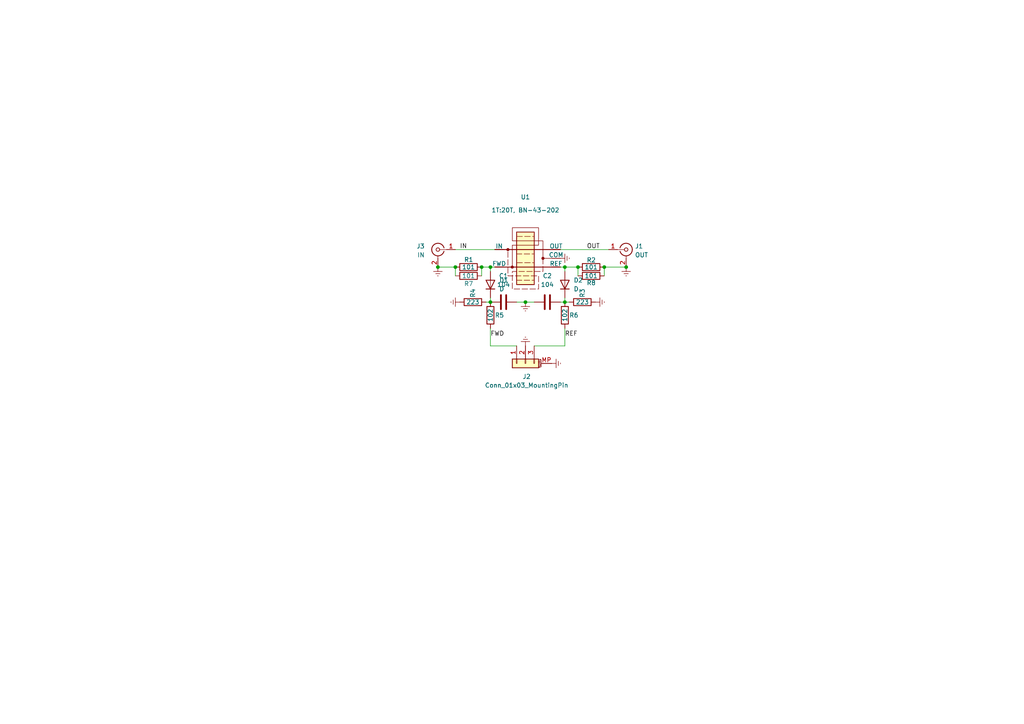
<source format=kicad_sch>
(kicad_sch (version 20230121) (generator eeschema)
  (paper "A4")
  (lib_symbols
    (symbol "Connector:Conn_Coaxial" (pin_names (offset 1.016) hide)
      (property "Reference" "J" (at 0.254 3.048 0))
      (property "Value" "Conn_Coaxial" (at 2.921 0 90))
      (symbol "Conn_Coaxial_0_1"
        (arc (start -1.778 -0.508) (mid 0.2311 -1.8066) (end 1.778 0) (stroke (width 0.254)))
        (polyline (pts (xy -2.54 0) (xy -0.508 0)))
        (polyline (pts (xy 0 -2.54) (xy 0 -1.778)))
        (circle (center 0 0) (radius 0.508) (stroke (width 0.2032)))
        (arc (start 1.778 0) (mid 0.2099 1.8101) (end -1.778 0.508) (stroke (width 0.254)))
      )
      (symbol "Conn_Coaxial_1_1"
        (pin passive line (at -5.08 0 0) (length 2.54) (name "In") (number "1"))
        (pin passive line (at 0 -5.08 90) (length 2.54) (name "Ext") (number "2"))
      )
    )
    (symbol "Connector_Generic_MountingPin:Conn_01x03_MountingPin" (pin_names (offset 1.016) hide)
      (property "Reference" "J" (at 0 5.08 0))
      (property "Value" "Conn_01x03_MountingPin" (at 1.27 -5.08 0))
      (symbol "Conn_01x03_MountingPin_1_1"
        (rectangle (start -1.27 -2.413) (end 0 -2.667) (stroke (width 0.1524)))
        (rectangle (start -1.27 0.127) (end 0 -0.127) (stroke (width 0.1524)))
        (rectangle (start -1.27 2.667) (end 0 2.413) (stroke (width 0.1524)))
        (rectangle (start -1.27 3.81) (end 1.27 -3.81) (stroke (width 0.254)) (fill (type background)))
        (polyline (pts (xy -1.016 -4.572) (xy 1.016 -4.572)) (stroke (width 0.1524)))
        (text "Mounting" (at 0 -4.191 0) (effects (font (size 0.381 0.381))))
        (pin passive line (at -5.08 2.54 0) (length 3.81) (name "Pin_1") (number "1"))
        (pin passive line (at -5.08 0 0) (length 3.81) (name "Pin_2") (number "2"))
        (pin passive line (at -5.08 -2.54 0) (length 3.81) (name "Pin_3") (number "3"))
        (pin passive line (at 0 -7.62 90) (length 3.048) (name "MountPin") (number "MP"))
      )
    )
    (symbol "Device:C" (pin_numbers hide) (pin_names (offset 0.254))
      (property "Reference" "C" (at 0.635 2.54 0))
      (property "Value" "C" (at 0.635 -2.54 0))
      (symbol "C_0_1"
        (polyline (pts (xy -2.032 -0.762) (xy 2.032 -0.762)) (stroke (width 0.508)))
        (polyline (pts (xy -2.032 0.762) (xy 2.032 0.762)) (stroke (width 0.508)))
      )
      (symbol "C_1_1"
        (pin passive line (at 0 3.81 270) (length 2.794) (name "~") (number "1"))
        (pin passive line (at 0 -3.81 90) (length 2.794) (name "~") (number "2"))
      )
    )
    (symbol "Device:D" (pin_numbers hide) (pin_names (offset 1.016) hide)
      (property "Reference" "D" (at 0 2.54 0))
      (property "Value" "D" (at 0 -2.54 0))
      (symbol "D_0_1"
        (polyline (pts (xy -1.27 1.27) (xy -1.27 -1.27)) (stroke (width 0.254)))
        (polyline (pts (xy 1.27 0) (xy -1.27 0)))
        (polyline (pts (xy 1.27 1.27) (xy 1.27 -1.27) (xy -1.27 0) (xy 1.27 1.27)) (stroke (width 0.254)))
      )
      (symbol "D_1_1"
        (pin passive line (at -3.81 0 0) (length 2.54) (name "K") (number "1"))
        (pin passive line (at 3.81 0 180) (length 2.54) (name "A") (number "2"))
      )
    )
    (symbol "Device:R" (pin_numbers hide) (pin_names (offset 0))
      (property "Reference" "R" (at 2.032 0 90))
      (property "Value" "R" (at 0 0 90))
      (symbol "R_0_1"
        (rectangle (start -1.016 -2.54) (end 1.016 2.54) (stroke (width 0.254)))
      )
      (symbol "R_1_1"
        (pin passive line (at 0 3.81 270) (length 1.27) (name "~") (number "1"))
        (pin passive line (at 0 -3.81 90) (length 1.27) (name "~") (number "2"))
      )
    )
    (symbol "PhilsLibrary:SWR_Coupler" (pin_numbers hide) (pin_names (offset 0))
      (property "Reference" "U" (at -2.54 11.43 0))
      (symbol "SWR_Coupler_0_1"
        (polyline (pts (xy -3.81 3.81) (xy 3.81 3.81) (xy 3.81 8.89) (xy -3.81 8.89) (xy -3.81 5.08) (xy 5.08 5.08) (xy 5.08 0)))
      )
      (symbol "SWR_Coupler_1_1"
        (circle (center -5.08 2.54) (radius 0.3592) (fill (type outline)))
        (circle (center -3.81 -2.54) (radius 0.3592) (fill (type outline)))
        (rectangle (start -2.54 -1.27) (end 2.54 -6.35) (stroke (width 0) (type dash)))
        (rectangle (start -2.54 6.35) (end 2.54 1.27) (stroke (width 0) (type dash)))
        (rectangle (start -2.54 7.62) (end 2.54 -7.62) (stroke (width 0.254)) (fill (type background)))
        (polyline (pts (xy -8.89 -2.54) (xy 10.16 -2.54)) (stroke (width 0.254)))
        (polyline (pts (xy -8.89 2.54) (xy 10.16 2.54)) (stroke (width 0.254)))
        (polyline (pts (xy -3.81 3.81) (xy -3.81 -2.54)))
        (polyline (pts (xy 7.62 0) (xy 5.08 0) (xy 5.08 0)))
        (polyline (pts (xy 5.08 0) (xy 5.08 -3.81) (xy -3.81 -3.81) (xy -3.81 -8.89) (xy 3.81 -8.89) (xy 3.81 -5.08) (xy -5.08 -5.08) (xy -5.08 2.54)))
        (circle (center 5.08 0) (radius 0.3592) (fill (type outline)))
        (pin input line (at -8.89 2.54 0) (length 2.54) (name "IN") (number "1"))
        (pin output line (at 10.16 2.54 180) (length 2.54) (name "OUT") (number "2"))
        (pin passive line (at 10.16 0 180) (length 2.54) (name "COM") (number "3"))
        (pin output line (at 10.16 -2.54 180) (length 2.54) (name "REF") (number "4"))
        (pin output line (at -8.89 -2.54 0) (length 2.54) (name "FWD") (number "5"))
      )
    )
    (symbol "power:Earth" (power) (pin_names (offset 0))
      (symbol "Earth_0_1"
        (polyline (pts (xy -0.635 -1.905) (xy 0.635 -1.905)))
        (polyline (pts (xy -0.127 -2.54) (xy 0.127 -2.54)))
        (polyline (pts (xy 0 -1.27) (xy 0 0)))
        (polyline (pts (xy 1.27 -1.27) (xy -1.27 -1.27)))
      )
      (symbol "Earth_1_1"
        (pin power_in line (at 0 0 270) (length 0) hide (name "Earth") (number "1"))
      )
    )
  )
  (junction (at 163.83 87.63))
  (junction (at 181.61 77.47))
  (junction (at 152.4 87.63))
  (junction (at 132.08 77.47))
  (junction (at 167.64 77.47))
  (junction (at 139.7 77.47))
  (junction (at 142.24 77.47))
  (junction (at 127 77.47))
  (junction (at 163.83 77.47))
  (junction (at 175.26 77.47))
  (junction (at 142.24 87.63))
  (wire (pts (xy 149.86 87.63) (xy 152.4 87.63)))
  (wire (pts (xy 162.56 72.39) (xy 176.53 72.39)))
  (wire (pts (xy 132.08 72.39) (xy 143.51 72.39)))
  (wire (pts (xy 139.7 77.47) (xy 142.24 77.47)))
  (wire (pts (xy 163.83 87.63) (xy 165.1 87.63)))
  (wire (pts (xy 175.26 77.47) (xy 181.61 77.47)))
  (wire (pts (xy 142.24 77.47) (xy 142.24 78.74)))
  (wire (pts (xy 163.83 77.47) (xy 167.64 77.47)))
  (wire (pts (xy 139.7 77.47) (xy 139.7 80.01)))
  (wire (pts (xy 132.08 77.47) (xy 132.08 80.01)))
  (wire (pts (xy 162.56 77.47) (xy 163.83 77.47)))
  (wire (pts (xy 163.83 86.36) (xy 163.83 87.63)))
  (wire (pts (xy 142.24 86.36) (xy 142.24 87.63)))
  (wire (pts (xy 142.24 95.25) (xy 142.24 100.33)))
  (wire (pts (xy 152.4 87.63) (xy 154.94 87.63)))
  (wire (pts (xy 162.56 87.63) (xy 163.83 87.63)))
  (wire (pts (xy 163.83 95.25) (xy 163.83 100.33)))
  (wire (pts (xy 142.24 100.33) (xy 149.86 100.33)))
  (wire (pts (xy 154.94 100.33) (xy 163.83 100.33)))
  (wire (pts (xy 167.64 77.47) (xy 167.64 80.01)))
  (wire (pts (xy 127 77.47) (xy 132.08 77.47)))
  (wire (pts (xy 175.26 77.47) (xy 175.26 80.01)))
  (wire (pts (xy 140.97 87.63) (xy 142.24 87.63)))
  (wire (pts (xy 163.83 77.47) (xy 163.83 78.74)))
  (wire (pts (xy 142.24 77.47) (xy 143.51 77.47)))
  (label "FWD" (at 142.24 97.79 0))
  (label "REF" (at 163.83 97.79 0))
  (label "OUT" (at 170.18 72.39 0))
  (label "IN" (at 133.35 72.39 0))
  (symbol (lib_id "PhilsLibrary:SWR_Coupler") (at 152.4 74.93 0) (unit 1)
    (property "Reference" "U1" (at 152.4 57.15 0))
    (property "Value" "1T:20T, BN-43-202" (at 152.4 60.96 0))
    (property "Footprint" "PhilsFootprintLibrary:Balun_5PIN_BN-43-202_SMD_SWR_Bridge" (effects hide))
  )
  (symbol (lib_id "power:Earth") (at 152.4 87.63 0) (unit 1)
    (property "Reference" "#PWR06" (effects hide))
    (property "Value" "Earth" (effects hide))
  )
  (symbol (lib_id "Device:R") (at 142.24 91.44 0) (unit 1)
    (property "Reference" "R5" (at 143.51 91.44 0) (effects (justify left)))
    (property "Value" "102" (at 142.24 91.44 90))
    (property "Footprint" "Resistor_SMD:R_0805_2012Metric" (effects hide))
  )
  (symbol (lib_id "power:Earth") (at 160.02 105.41 90) (unit 1)
    (property "Reference" "#PWR05" (effects hide))
    (property "Value" "Earth" (effects hide))
  )
  (symbol (lib_id "power:Earth") (at 172.72 87.63 90) (unit 1)
    (property "Reference" "#PWR07" (effects hide))
    (property "Value" "Earth" (effects hide))
  )
  (symbol (lib_id "Device:R") (at 168.91 87.63 90) (unit 1)
    (property "Reference" "R3" (at 168.91 86.36 0) (effects (justify left)))
    (property "Value" "223" (at 168.91 87.63 90))
    (property "Footprint" "Resistor_SMD:R_0805_2012Metric" (effects hide))
  )
  (symbol (lib_id "Connector:Conn_Coaxial") (at 127 72.39 0) (mirror y) (unit 1)
    (property "Reference" "J3" (at 123.19 71.4132 0) (effects (justify left)))
    (property "Value" "IN" (at 123.19 73.9532 0) (effects (justify left)))
    (property "Footprint" "Connector_Coaxial:SMA_Samtec_SMA-J-P-X-ST-EM1_EdgeMount" (effects hide))
    (property "Datasheet" " ~" (effects hide))
  )
  (symbol (lib_id "Device:R") (at 171.45 80.01 90) (unit 1)
    (property "Reference" "R8" (at 172.847 82.042 90) (effects (justify left)))
    (property "Value" "101" (at 171.45 80.01 90))
    (property "Footprint" "Resistor_SMD:R_1812_4532Metric" (effects hide))
  )
  (symbol (lib_id "Device:C") (at 158.75 87.63 90) (unit 1)
    (property "Reference" "C2" (at 158.75 80.01 90))
    (property "Value" "104" (at 158.75 82.55 90))
    (property "Footprint" "Capacitor_SMD:C_0805_2012Metric" (effects hide))
  )
  (symbol (lib_id "Device:R") (at 135.89 77.47 90) (unit 1)
    (property "Reference" "R1" (at 137.287 75.311 90) (effects (justify left)))
    (property "Value" "101" (at 135.89 77.47 90))
    (property "Footprint" "Resistor_SMD:R_1812_4532Metric" (effects hide))
  )
  (symbol (lib_id "Device:R") (at 171.45 77.47 90) (unit 1)
    (property "Reference" "R2" (at 172.847 75.438 90) (effects (justify left)))
    (property "Value" "101" (at 171.45 77.47 90))
    (property "Footprint" "Resistor_SMD:R_1812_4532Metric" (effects hide))
  )
  (symbol (lib_id "power:Earth") (at 127 77.47 0) (unit 1)
    (property "Reference" "#PWR01" (effects hide))
    (property "Value" "Earth" (effects hide))
  )
  (symbol (lib_id "Device:R") (at 135.89 80.01 90) (unit 1)
    (property "Reference" "R7" (at 137.287 82.296 90) (effects (justify left)))
    (property "Value" "101" (at 135.89 80.01 90))
    (property "Footprint" "Resistor_SMD:R_1812_4532Metric" (effects hide))
  )
  (symbol (lib_id "Device:R") (at 163.83 91.44 0) (unit 1)
    (property "Reference" "R6" (at 165.1 91.44 0) (effects (justify left)))
    (property "Value" "102" (at 163.83 91.44 90))
    (property "Footprint" "Resistor_SMD:R_0805_2012Metric" (effects hide))
  )
  (symbol (lib_id "power:Earth") (at 152.4 100.33 180) (unit 1)
    (property "Reference" "#PWR04" (effects hide))
    (property "Value" "Earth" (effects hide))
  )
  (symbol (lib_id "Device:R") (at 137.16 87.63 90) (unit 1)
    (property "Reference" "R4" (at 137.16 86.36 0) (effects (justify left)))
    (property "Value" "223" (at 137.16 87.63 90))
    (property "Footprint" "Resistor_SMD:R_0805_2012Metric" (effects hide))
  )
  (symbol (lib_id "power:Earth") (at 162.56 74.93 90) (unit 1)
    (property "Reference" "#PWR03" (effects hide))
    (property "Value" "Earth" (effects hide))
  )
  (symbol (lib_id "Connector_Generic_MountingPin:Conn_01x03_MountingPin") (at 152.4 105.41 90) (mirror x) (unit 1)
    (property "Reference" "J2" (at 152.7556 109.22 90))
    (property "Value" "Conn_01x03_MountingPin" (at 152.7556 111.76 90))
    (property "Footprint" "Connector_JST:JST_PH_S3B-PH-SM4-TB_1x03-1MP_P2.00mm_Horizontal" (effects hide))
  )
  (symbol (lib_id "Device:D") (at 142.24 82.55 90) (unit 1)
    (property "Reference" "D1" (at 144.78 81.28 90) (effects (justify right)))
    (property "Value" "D" (at 144.78 83.82 90) (effects (justify right)))
    (property "Footprint" "Diode_SMD:D_SOD-123" (effects hide))
    (property "Sim.Device" "D" (effects hide))
    (property "Sim.Pins" "1=K 2=A" (effects hide))
  )
  (symbol (lib_id "power:Earth") (at 181.61 77.47 0) (unit 1)
    (property "Reference" "#PWR02" (effects hide))
    (property "Value" "Earth" (effects hide))
  )
  (symbol (lib_id "Connector:Conn_Coaxial") (at 181.61 72.39 0) (unit 1)
    (property "Reference" "J1" (at 184.15 71.4132 0) (effects (justify left)))
    (property "Value" "OUT" (at 184.15 73.9532 0) (effects (justify left)))
    (property "Footprint" "Connector_Coaxial:SMA_Samtec_SMA-J-P-X-ST-EM1_EdgeMount" (effects hide))
    (property "Datasheet" " ~" (effects hide))
  )
  (symbol (lib_id "Device:C") (at 146.05 87.63 90) (unit 1)
    (property "Reference" "C1" (at 146.05 80.01 90))
    (property "Value" "104" (at 146.05 82.55 90))
    (property "Footprint" "Capacitor_SMD:C_0805_2012Metric" (effects hide))
  )
  (symbol (lib_id "Device:D") (at 163.83 82.55 90) (unit 1)
    (property "Reference" "D2" (at 166.37 81.28 90) (effects (justify right)))
    (property "Value" "D" (at 166.37 83.82 90) (effects (justify right)))
    (property "Footprint" "Diode_SMD:D_SOD-123" (effects hide))
    (property "Sim.Device" "D" (effects hide))
    (property "Sim.Pins" "1=K 2=A" (effects hide))
  )
  (symbol (lib_id "power:Earth") (at 133.35 87.63 270) (unit 1)
    (property "Reference" "#PWR08" (effects hide))
    (property "Value" "Earth" (effects hide))
  )
)
</source>
